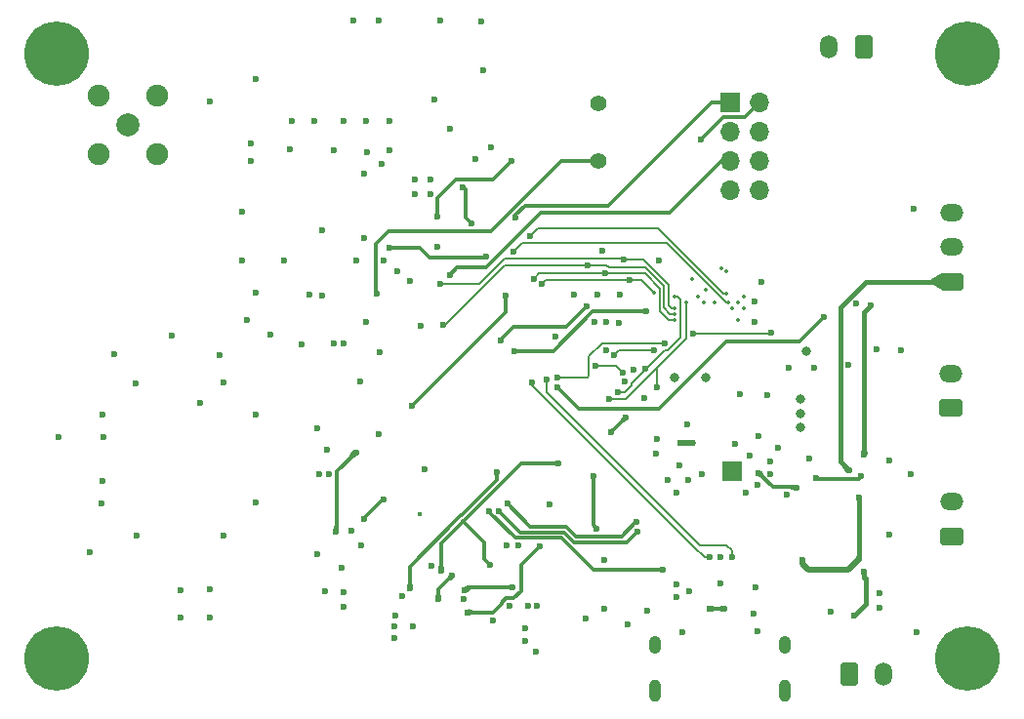
<source format=gbr>
%TF.GenerationSoftware,KiCad,Pcbnew,8.0.4*%
%TF.CreationDate,2025-03-29T22:20:15+07:00*%
%TF.ProjectId,FlightCom,466c6967-6874-4436-9f6d-2e6b69636164,rev?*%
%TF.SameCoordinates,Original*%
%TF.FileFunction,Copper,L4,Bot*%
%TF.FilePolarity,Positive*%
%FSLAX46Y46*%
G04 Gerber Fmt 4.6, Leading zero omitted, Abs format (unit mm)*
G04 Created by KiCad (PCBNEW 8.0.4) date 2025-03-29 22:20:15*
%MOMM*%
%LPD*%
G01*
G04 APERTURE LIST*
G04 Aperture macros list*
%AMRoundRect*
0 Rectangle with rounded corners*
0 $1 Rounding radius*
0 $2 $3 $4 $5 $6 $7 $8 $9 X,Y pos of 4 corners*
0 Add a 4 corners polygon primitive as box body*
4,1,4,$2,$3,$4,$5,$6,$7,$8,$9,$2,$3,0*
0 Add four circle primitives for the rounded corners*
1,1,$1+$1,$2,$3*
1,1,$1+$1,$4,$5*
1,1,$1+$1,$6,$7*
1,1,$1+$1,$8,$9*
0 Add four rect primitives between the rounded corners*
20,1,$1+$1,$2,$3,$4,$5,0*
20,1,$1+$1,$4,$5,$6,$7,0*
20,1,$1+$1,$6,$7,$8,$9,0*
20,1,$1+$1,$8,$9,$2,$3,0*%
G04 Aperture macros list end*
%TA.AperFunction,ComponentPad*%
%ADD10RoundRect,0.250001X0.499999X0.759999X-0.499999X0.759999X-0.499999X-0.759999X0.499999X-0.759999X0*%
%TD*%
%TA.AperFunction,ComponentPad*%
%ADD11O,1.500000X2.020000*%
%TD*%
%TA.AperFunction,ComponentPad*%
%ADD12C,5.600000*%
%TD*%
%TA.AperFunction,ComponentPad*%
%ADD13RoundRect,0.250001X0.759999X-0.499999X0.759999X0.499999X-0.759999X0.499999X-0.759999X-0.499999X0*%
%TD*%
%TA.AperFunction,ComponentPad*%
%ADD14O,2.020000X1.500000*%
%TD*%
%TA.AperFunction,ComponentPad*%
%ADD15C,1.398000*%
%TD*%
%TA.AperFunction,HeatsinkPad*%
%ADD16C,0.500000*%
%TD*%
%TA.AperFunction,HeatsinkPad*%
%ADD17R,1.680000X1.680000*%
%TD*%
%TA.AperFunction,HeatsinkPad*%
%ADD18R,1.600000X0.500000*%
%TD*%
%TA.AperFunction,ComponentPad*%
%ADD19RoundRect,0.250001X-0.499999X-0.759999X0.499999X-0.759999X0.499999X0.759999X-0.499999X0.759999X0*%
%TD*%
%TA.AperFunction,ComponentPad*%
%ADD20C,2.006600*%
%TD*%
%TA.AperFunction,ComponentPad*%
%ADD21C,1.905000*%
%TD*%
%TA.AperFunction,ComponentPad*%
%ADD22R,1.700000X1.700000*%
%TD*%
%TA.AperFunction,ComponentPad*%
%ADD23O,1.700000X1.700000*%
%TD*%
%TA.AperFunction,ComponentPad*%
%ADD24O,1.050000X1.950000*%
%TD*%
%TA.AperFunction,ComponentPad*%
%ADD25O,1.050000X1.550000*%
%TD*%
%TA.AperFunction,ViaPad*%
%ADD26C,0.600000*%
%TD*%
%TA.AperFunction,ViaPad*%
%ADD27C,0.350000*%
%TD*%
%TA.AperFunction,ViaPad*%
%ADD28C,0.800000*%
%TD*%
%TA.AperFunction,ViaPad*%
%ADD29C,0.400000*%
%TD*%
%TA.AperFunction,Conductor*%
%ADD30C,0.200000*%
%TD*%
%TA.AperFunction,Conductor*%
%ADD31C,0.300000*%
%TD*%
%TA.AperFunction,Conductor*%
%ADD32C,0.400000*%
%TD*%
%TA.AperFunction,Conductor*%
%ADD33C,0.500000*%
%TD*%
G04 APERTURE END LIST*
D10*
%TO.P,J11,1,Pin_1*%
%TO.N,Net-(J11-Pin_1)*%
X165000000Y-56850000D03*
D11*
%TO.P,J11,2,Pin_2*%
%TO.N,Net-(J11-Pin_2)*%
X162000000Y-56850000D03*
%TD*%
D12*
%TO.P,H4,1*%
%TO.N,N/C*%
X174000000Y-110000000D03*
%TD*%
D13*
%TO.P,J10,1,Pin_1*%
%TO.N,SERVO_A*%
X172635000Y-77250000D03*
D14*
%TO.P,J10,2,Pin_2*%
%TO.N,VBAT-*%
X172635000Y-74250000D03*
%TO.P,J10,3,Pin_3*%
%TO.N,+5V*%
X172635000Y-71250000D03*
%TD*%
D15*
%TO.P,LS1,1*%
%TO.N,PWM_Buzzer*%
X141950000Y-66750000D03*
%TO.P,LS1,2*%
%TO.N,VBAT-*%
X141950000Y-61750000D03*
%TD*%
D16*
%TO.P,U1,17,GND*%
%TO.N,VBAT-*%
X154185000Y-93080000D03*
X153005000Y-93080000D03*
D17*
X153595000Y-93670000D03*
D16*
X154185000Y-94260000D03*
X153005000Y-94260000D03*
%TD*%
%TO.P,U3,7,EP*%
%TO.N,VBAT-*%
X149075000Y-91250000D03*
D18*
X149625000Y-91250000D03*
D16*
X150175000Y-91250000D03*
%TD*%
D19*
%TO.P,J8,1,Pin_1*%
%TO.N,Net-(J8-Pin_1)*%
X163750000Y-111335000D03*
D11*
%TO.P,J8,2,Pin_2*%
%TO.N,Net-(J8-Pin_2)*%
X166750000Y-111335000D03*
%TD*%
D12*
%TO.P,H2,1*%
%TO.N,N/C*%
X95000000Y-57500000D03*
%TD*%
D20*
%TO.P,J3,1,1*%
%TO.N,Net-(C48-Pad2)*%
X101147300Y-63647300D03*
D21*
%TO.P,J3,2,2*%
%TO.N,VBAT-*%
X98594600Y-61094600D03*
%TO.P,J3,3,3*%
X98594600Y-66200000D03*
%TO.P,J3,4,4*%
X103700000Y-66200000D03*
%TO.P,J3,5,5*%
X103700000Y-61094600D03*
%TD*%
D13*
%TO.P,J1,1,Pin_1*%
%TO.N,Net-(D1-A)*%
X172585000Y-88200000D03*
D14*
%TO.P,J1,2,Pin_2*%
%TO.N,VBAT-*%
X172585000Y-85200000D03*
%TD*%
D13*
%TO.P,J7,1,Pin_1*%
%TO.N,Net-(J7-Pin_1)*%
X172650000Y-99350000D03*
D14*
%TO.P,J7,2,Pin_2*%
%TO.N,Net-(J7-Pin_2)*%
X172650000Y-96350000D03*
%TD*%
D12*
%TO.P,H3,1*%
%TO.N,N/C*%
X174000000Y-57500000D03*
%TD*%
D22*
%TO.P,J4,1,Pin_1*%
%TO.N,nRST*%
X153400000Y-61720000D03*
D23*
%TO.P,J4,2,Pin_2*%
%TO.N,SWDIO*%
X155940000Y-61720000D03*
%TO.P,J4,3,Pin_3*%
%TO.N,SWCLK*%
X153400000Y-64260000D03*
%TO.P,J4,4,Pin_4*%
%TO.N,COMPANION_RX*%
X155940000Y-64260000D03*
%TO.P,J4,5,Pin_5*%
%TO.N,BOOT0*%
X153400000Y-66800000D03*
%TO.P,J4,6,Pin_6*%
%TO.N,COMPANION_TX*%
X155940000Y-66800000D03*
%TO.P,J4,7,Pin_7*%
%TO.N,VBAT-*%
X153400000Y-69340000D03*
%TO.P,J4,8,Pin_8*%
%TO.N,+3.3V*%
X155940000Y-69340000D03*
%TD*%
D24*
%TO.P,USB1,1,MH1*%
%TO.N,VBAT-*%
X146908250Y-112750000D03*
%TO.P,USB1,2,MH2*%
X158148250Y-112750000D03*
D25*
%TO.P,USB1,3,MH3*%
X146908250Y-108750000D03*
%TO.P,USB1,4,MH4*%
X158148250Y-108750000D03*
%TD*%
D12*
%TO.P,H1,1*%
%TO.N,N/C*%
X95000000Y-110000000D03*
%TD*%
D26*
%TO.N,VBAT+*%
X169550000Y-107650000D03*
X169050000Y-94000000D03*
%TO.N,BAT_LEVEL*%
X138455550Y-86393321D03*
X161550000Y-80300000D03*
%TO.N,VBAT-*%
X98975000Y-94575000D03*
X169300000Y-70900000D03*
X125900000Y-107200000D03*
X98975000Y-88825000D03*
X108300000Y-61650000D03*
X119851250Y-105448750D03*
X155600000Y-103750000D03*
X121650000Y-73450000D03*
X111850000Y-66750000D03*
X117600000Y-100900000D03*
X120700000Y-54600000D03*
X127450000Y-69650000D03*
X160300000Y-92600000D03*
X135600000Y-108440000D03*
X135650000Y-107310000D03*
X105750000Y-106400000D03*
X119851250Y-104198750D03*
X137725000Y-96600000D03*
X152600000Y-103450000D03*
X115200000Y-65750000D03*
X125635000Y-77200000D03*
D27*
X154100000Y-79050000D03*
D26*
X121850000Y-63300000D03*
X138250000Y-82050000D03*
X167200000Y-99200000D03*
X158500000Y-84750000D03*
X123850000Y-65850000D03*
X119050000Y-82600000D03*
X105750000Y-104000000D03*
X147250000Y-75450000D03*
X157575000Y-91700000D03*
X134250000Y-105400000D03*
X126050000Y-69700000D03*
X148025000Y-94450000D03*
X156900000Y-92882500D03*
X117350000Y-63350000D03*
X156100000Y-77300000D03*
X123900000Y-63300000D03*
X168250000Y-83200000D03*
X120600000Y-98850000D03*
X100025000Y-83575000D03*
X134050000Y-100100000D03*
X120950000Y-75400000D03*
X115400000Y-63350000D03*
X126100000Y-68350000D03*
X129115000Y-64000000D03*
X121950000Y-66050000D03*
X119850000Y-63350000D03*
X124400000Y-106200000D03*
X121800000Y-80750000D03*
X114700000Y-75450000D03*
X163700000Y-84500000D03*
X111500000Y-80550000D03*
X112225003Y-88825002D03*
X112250000Y-78200000D03*
X160700000Y-84750000D03*
X108300000Y-106400000D03*
X128300000Y-54600000D03*
X158300000Y-95750000D03*
X111050000Y-71150000D03*
X141650000Y-80750000D03*
X122950000Y-54600000D03*
D27*
X152100000Y-79050000D03*
D26*
X112225000Y-96425000D03*
X101925000Y-99325000D03*
X162150000Y-105900000D03*
X126550000Y-81100000D03*
X109150000Y-83650000D03*
X127800000Y-61450000D03*
X148750000Y-95600000D03*
X124300000Y-108200000D03*
X118301250Y-104098750D03*
D27*
X151264124Y-77935876D03*
D26*
X149850000Y-104152500D03*
X149800000Y-94450000D03*
X142650000Y-80750000D03*
X135850000Y-105400000D03*
X142520000Y-105610000D03*
X97900000Y-100750000D03*
X132000000Y-58900000D03*
D27*
X151100000Y-79050000D03*
D26*
X150950000Y-93932500D03*
X127450000Y-68350000D03*
X147025000Y-90950000D03*
X142490000Y-101370000D03*
X123150000Y-67050000D03*
X109475000Y-99275000D03*
X149650000Y-89650000D03*
X148800000Y-103500000D03*
X131350000Y-66600000D03*
X149250000Y-107650000D03*
X122950000Y-90500000D03*
X155750000Y-107612500D03*
X123400000Y-75400000D03*
X116950000Y-78400000D03*
X112300000Y-59650000D03*
X101875000Y-86075000D03*
X164300000Y-79150000D03*
D27*
X154100000Y-80550000D03*
X154600000Y-79550000D03*
D26*
X111100000Y-75400000D03*
X167250000Y-92750000D03*
X109475000Y-86025000D03*
X166100000Y-83150000D03*
X155100000Y-92350000D03*
X126950000Y-93550000D03*
X119050000Y-65850000D03*
X127500000Y-101900000D03*
X108300000Y-103950000D03*
X98925000Y-96525000D03*
D27*
X154600000Y-78550000D03*
D26*
X136650000Y-105400000D03*
X131850000Y-54650000D03*
D28*
%TO.N,+5V*%
X151275000Y-85550000D03*
D26*
X156625000Y-87100000D03*
X155900000Y-93850000D03*
X159200000Y-95150000D03*
X155897500Y-90682500D03*
D28*
%TO.N,VBAT+*%
X159500000Y-89900000D03*
X160025000Y-83275000D03*
D26*
X154750000Y-95550000D03*
X156918370Y-93999130D03*
X155800000Y-94850000D03*
D28*
X159500000Y-87450000D03*
X159500000Y-88750000D03*
%TO.N,VBUS*%
X148625000Y-85550000D03*
D26*
X148797500Y-104600000D03*
X155450000Y-106050000D03*
X152600000Y-101175000D03*
%TO.N,+3.3V*%
X121450000Y-100100000D03*
X143830000Y-78350000D03*
X140845000Y-106460000D03*
X145000000Y-84900000D03*
X107400000Y-87800000D03*
X142650000Y-83200000D03*
X118042500Y-72800000D03*
X123000000Y-83350000D03*
D27*
X153600000Y-79550000D03*
D26*
X155500000Y-78950000D03*
X146975000Y-92150000D03*
X155550000Y-80750000D03*
X143750000Y-80850000D03*
X104950000Y-81950000D03*
X128050000Y-74200000D03*
X141880000Y-78350000D03*
X125000000Y-104550000D03*
X149000000Y-93200000D03*
X146200000Y-105800000D03*
X146000000Y-87350000D03*
X144250000Y-85950000D03*
X121662500Y-67850000D03*
X124300000Y-107150000D03*
X142350000Y-74550000D03*
X132850000Y-106650000D03*
X130319446Y-104830554D03*
X118000000Y-78500000D03*
X144495000Y-106960000D03*
D29*
X126511091Y-97411091D03*
D27*
X150100000Y-77050000D03*
X152650000Y-76100000D03*
D26*
X121300000Y-85900000D03*
X111850000Y-65290000D03*
X95200000Y-90750000D03*
X139880000Y-78350000D03*
X135066531Y-100150000D03*
X116250000Y-82700000D03*
X99024999Y-90725003D03*
X132650000Y-65620000D03*
D27*
X150600000Y-78550000D03*
D26*
X113500000Y-81850000D03*
X136600000Y-109400000D03*
X124550000Y-76350000D03*
X119850000Y-82600000D03*
X119750000Y-102050000D03*
D27*
X153050000Y-76350000D03*
D26*
%TO.N,COMPANION_TX*%
X134700000Y-83250000D03*
X146150000Y-79800000D03*
%TO.N,COMPANION_RX*%
X140950000Y-79400000D03*
X133500000Y-82400000D03*
%TO.N,nRST*%
X125800000Y-88050000D03*
X134806066Y-71656067D03*
X133975000Y-78450000D03*
%TO.N,SWDIO*%
X150840000Y-64910000D03*
%TO.N,BOOT0*%
X129100000Y-76650000D03*
%TO.N,ANT_SW*%
X134450000Y-66750000D03*
X128000000Y-71650000D03*
%TO.N,Net-(L1-Pad2)*%
X154275000Y-87000000D03*
X153800000Y-91350000D03*
%TO.N,BCD*%
X132488612Y-97155446D03*
X147550000Y-102250000D03*
%TO.N,USB_DP*%
X136249997Y-86000000D03*
X151650000Y-101175000D03*
%TO.N,USB_DN*%
X153550000Y-101175000D03*
X137500000Y-85750000D03*
%TO.N,D-*%
X152928250Y-105650000D03*
X151628250Y-105650000D03*
%TO.N,BMI088_ACCEL_CS*%
X130600000Y-105950000D03*
X136921825Y-100200307D03*
%TO.N,PWM_D*%
X141750000Y-84550000D03*
X144119301Y-85130001D03*
%TO.N,Net-(U12-NC__30)*%
X150200000Y-81750000D03*
X157000000Y-81700000D03*
%TO.N,ADXL375_CS*%
X141550000Y-94150000D03*
X141850000Y-98700000D03*
%TO.N,SX1262_DIO3*%
X123850000Y-74300000D03*
X132250000Y-75106067D03*
%TO.N,SX1262_MISO*%
X130950001Y-72219238D03*
X130248803Y-69050000D03*
%TO.N,PWM_A*%
X133350000Y-97150000D03*
X145350000Y-98950000D03*
D27*
%TO.N,EMMC_DAT5*%
X148600000Y-79550000D03*
D26*
X144150000Y-75300000D03*
X128250000Y-77450000D03*
%TO.N,EMMC_DAT3*%
X136418671Y-77030721D03*
D27*
X148600000Y-80550000D03*
D26*
X142566841Y-76549984D03*
%TO.N,SERVO_A*%
X163750000Y-93650000D03*
D27*
%TO.N,EMMC_DAT4*%
X148600000Y-80050000D03*
D26*
X141050000Y-75850000D03*
X128544220Y-81020541D03*
%TO.N,GNSS_SafeBoot*%
X121650000Y-97850000D03*
X123350000Y-96200000D03*
%TO.N,EMMC_CMD*%
X134650000Y-74650000D03*
D27*
X153250000Y-79050000D03*
D26*
%TO.N,VREF+*%
X120950000Y-92067500D03*
X119200000Y-98950000D03*
%TO.N,EMMC_RSTN*%
X146850000Y-83200000D03*
X143317892Y-83667892D03*
%TO.N,PWM_B*%
X134075000Y-96475000D03*
X145300000Y-98150000D03*
%TO.N,GNSS_INT*%
X117564513Y-89985487D03*
X117801656Y-93952500D03*
%TO.N,TMP275_ALERT*%
X143052195Y-90296311D03*
X144350735Y-89049265D03*
%TO.N,BMI088_GYRO_CS*%
X133200000Y-93750000D03*
X125650000Y-103900000D03*
D27*
%TO.N,EMMC_DAT6*%
X149600000Y-79050000D03*
D26*
X147050000Y-86400000D03*
X142950000Y-87450000D03*
%TO.N,EMMC_DAT2*%
X137100000Y-77450000D03*
D27*
X146800000Y-78200000D03*
D26*
X144700000Y-77150000D03*
%TO.N,GNSS_Reset*%
X118425000Y-91825000D03*
X118650000Y-93952500D03*
D27*
%TO.N,EMMC_CLK*%
X153100000Y-78300000D03*
D26*
X136036578Y-73300000D03*
D27*
%TO.N,EMMC_DAT7*%
X148600000Y-78550000D03*
D26*
X143700000Y-86850000D03*
X146070000Y-84850000D03*
%TO.N,BMI088_GYRO_INT*%
X128100000Y-104800000D03*
X129300000Y-102800000D03*
%TO.N,ADXL375_SDO*%
X130422491Y-104014359D03*
X134500000Y-103800000D03*
%TO.N,ADXL375_SCLK*%
X132609620Y-101859620D03*
X128375000Y-102325000D03*
X138550000Y-93050000D03*
%TO.N,EMMC_DATASTROBE*%
X147750000Y-82600000D03*
X138450000Y-85550000D03*
%TO.N,PWM_Buzzer*%
X122750000Y-78300000D03*
%TO.N,/PWM_PD*%
X164600000Y-95950000D03*
X164600000Y-101350000D03*
X164750000Y-94150000D03*
X159650000Y-101400000D03*
X160900000Y-94300000D03*
%TO.N,PYRO_B*%
X165000000Y-102450000D03*
X164150000Y-106250000D03*
%TO.N,Net-(J7-Pin_1)*%
X166392500Y-104302500D03*
%TO.N,Net-(J8-Pin_1)*%
X166392500Y-105517500D03*
%TO.N,PYRO_C*%
X165050000Y-92300000D03*
X165600000Y-79350000D03*
%TD*%
D30*
%TO.N,EMMC_DAT3*%
X148600000Y-80550000D02*
X148050000Y-80550000D01*
X148050000Y-80550000D02*
X147300000Y-79800000D01*
X147300000Y-77833901D02*
X146016099Y-76550000D01*
X147300000Y-79800000D02*
X147300000Y-77833901D01*
X146016099Y-76550000D02*
X142566857Y-76550000D01*
X142566857Y-76550000D02*
X142566841Y-76549984D01*
D31*
%TO.N,BAT_LEVEL*%
X153050000Y-82450000D02*
X159400000Y-82450000D01*
X140312229Y-88250000D02*
X147250000Y-88250000D01*
X147250000Y-88250000D02*
X153050000Y-82450000D01*
X138455550Y-86393321D02*
X140312229Y-88250000D01*
X159400000Y-82450000D02*
X161550000Y-80300000D01*
%TO.N,+5V*%
X157100000Y-95100000D02*
X155900000Y-93900000D01*
X159150000Y-95100000D02*
X157100000Y-95100000D01*
X159200000Y-95150000D02*
X159150000Y-95100000D01*
%TO.N,COMPANION_TX*%
X138050000Y-83250000D02*
X134700000Y-83250000D01*
X141500000Y-79800000D02*
X138050000Y-83250000D01*
X146150000Y-79800000D02*
X141500000Y-79800000D01*
%TO.N,COMPANION_RX*%
X139200000Y-81150000D02*
X134600000Y-81150000D01*
X134600000Y-81150000D02*
X133500000Y-82250000D01*
X133500000Y-82250000D02*
X133500000Y-82400000D01*
X140950000Y-79400000D02*
X139200000Y-81150000D01*
%TO.N,nRST*%
X151780000Y-61720000D02*
X153400000Y-61720000D01*
X134806066Y-71443933D02*
X135599999Y-70650000D01*
X133975000Y-78450000D02*
X133975000Y-79875000D01*
X142850000Y-70650000D02*
X151780000Y-61720000D01*
X135599999Y-70650000D02*
X142850000Y-70650000D01*
X133975000Y-79875000D02*
X125800000Y-88050000D01*
X134806066Y-71656067D02*
X134806066Y-71443933D01*
%TO.N,SWDIO*%
X150840000Y-64910000D02*
X152800000Y-62950000D01*
X152800000Y-62950000D02*
X154710000Y-62950000D01*
X154710000Y-62950000D02*
X155940000Y-61720000D01*
%TO.N,BOOT0*%
X148150000Y-71300000D02*
X152650000Y-66800000D01*
X129100000Y-76650000D02*
X129700000Y-76050000D01*
X129700000Y-76050000D02*
X132225306Y-76050000D01*
X136975306Y-71300000D02*
X148150000Y-71300000D01*
X132225306Y-76050000D02*
X136975306Y-71300000D01*
X152650000Y-66800000D02*
X153400000Y-66800000D01*
%TO.N,ANT_SW*%
X134450000Y-66750000D02*
X132800000Y-68400000D01*
X128000000Y-70019239D02*
X128000000Y-71650000D01*
X129619239Y-68400000D02*
X128000000Y-70019239D01*
X132800000Y-68400000D02*
X129619239Y-68400000D01*
%TO.N,BCD*%
X141542894Y-102250000D02*
X147550000Y-102250000D01*
X138792894Y-99500000D02*
X141542894Y-102250000D01*
X134750000Y-99500000D02*
X138792894Y-99500000D01*
X132488612Y-97238612D02*
X134750000Y-99500000D01*
X132488612Y-97155446D02*
X132488612Y-97238612D01*
D30*
%TO.N,USB_DP*%
X136250000Y-86248529D02*
X136250000Y-86000003D01*
X136250000Y-86000003D02*
X136249997Y-86000000D01*
X150300000Y-100298529D02*
X136250000Y-86248529D01*
X151650000Y-101175000D02*
X151175000Y-101175000D01*
X151175000Y-101175000D02*
X150300000Y-100300000D01*
X150300000Y-100300000D02*
X150300000Y-100298529D01*
%TO.N,USB_DN*%
X153550000Y-101175000D02*
X153550000Y-100600000D01*
X153050000Y-100100000D02*
X150786397Y-100100000D01*
X137500000Y-86813603D02*
X137500000Y-85750000D01*
X150786397Y-100100000D02*
X137500000Y-86813603D01*
X153550000Y-100600000D02*
X153050000Y-100100000D01*
D31*
%TO.N,D-*%
X151628250Y-105650000D02*
X152928250Y-105650000D01*
%TO.N,BMI088_ACCEL_CS*%
X133600000Y-105200000D02*
X132850000Y-105950000D01*
X133600000Y-105130761D02*
X133600000Y-105200000D01*
X130600000Y-105950000D02*
X130619239Y-105969239D01*
X134650000Y-104750000D02*
X133980761Y-104750000D01*
X132850000Y-105950000D02*
X130600000Y-105950000D01*
X135300000Y-104100000D02*
X134650000Y-104750000D01*
X136921825Y-100200307D02*
X135300000Y-101822132D01*
X133980761Y-104750000D02*
X133600000Y-105130761D01*
X135300000Y-101822132D02*
X135300000Y-104100000D01*
D30*
%TO.N,PWM_D*%
X144119301Y-85130001D02*
X143539300Y-84550000D01*
X143539300Y-84550000D02*
X141750000Y-84550000D01*
%TO.N,Net-(U12-NC__30)*%
X150200000Y-81750000D02*
X156950000Y-81750000D01*
X156950000Y-81750000D02*
X157000000Y-81700000D01*
D31*
%TO.N,ADXL375_CS*%
X141550000Y-98400000D02*
X141850000Y-98700000D01*
X141550000Y-94150000D02*
X141550000Y-98400000D01*
%TO.N,SX1262_DIO3*%
X126450000Y-74300000D02*
X127350000Y-75200000D01*
X132156067Y-75200000D02*
X132250000Y-75106067D01*
X123850000Y-74300000D02*
X126450000Y-74300000D01*
X127350000Y-75200000D02*
X132156067Y-75200000D01*
%TO.N,SX1262_MISO*%
X130450000Y-69251197D02*
X130248803Y-69050000D01*
X130450000Y-71719237D02*
X130450000Y-69251197D01*
X130950001Y-72219238D02*
X130450000Y-71719237D01*
%TO.N,PWM_A*%
X144450000Y-99850000D02*
X139850000Y-99850000D01*
X135200000Y-99000000D02*
X133350000Y-97150000D01*
X145350000Y-98950000D02*
X144450000Y-99850000D01*
X139850000Y-99850000D02*
X139000000Y-99000000D01*
X139000000Y-99000000D02*
X135200000Y-99000000D01*
D30*
%TO.N,EMMC_DAT5*%
X144150000Y-75300000D02*
X145897471Y-75300000D01*
X145897471Y-75300000D02*
X148100000Y-77502529D01*
X148100000Y-79350000D02*
X148300000Y-79550000D01*
X144100000Y-75250000D02*
X133884314Y-75250000D01*
X148100000Y-77502529D02*
X148100000Y-79350000D01*
X131684314Y-77450000D02*
X128250000Y-77450000D01*
X148300000Y-79550000D02*
X148600000Y-79550000D01*
X133884314Y-75250000D02*
X131684314Y-77450000D01*
X144150000Y-75300000D02*
X144100000Y-75250000D01*
%TO.N,EMMC_DAT3*%
X136450000Y-76999392D02*
X136418671Y-77030721D01*
X142516857Y-76500000D02*
X136850000Y-76500000D01*
X142566841Y-76549984D02*
X142516857Y-76500000D01*
X136850000Y-76500000D02*
X136450000Y-76900000D01*
X136450000Y-76900000D02*
X136450000Y-76999392D01*
D32*
%TO.N,SERVO_A*%
X163750000Y-93650000D02*
X163000000Y-92900000D01*
X165210050Y-77250000D02*
X172650000Y-77250000D01*
X163000000Y-92900000D02*
X163000000Y-79460050D01*
X163000000Y-79460050D02*
X165210050Y-77250000D01*
D30*
%TO.N,EMMC_DAT4*%
X141050000Y-75850000D02*
X142698529Y-75850000D01*
X133850000Y-75850000D02*
X128679459Y-81020541D01*
X147650000Y-79500000D02*
X148200000Y-80050000D01*
X142898529Y-76050000D02*
X146081784Y-76050000D01*
X148200000Y-80050000D02*
X148600000Y-80050000D01*
X141050000Y-75850000D02*
X133850000Y-75850000D01*
X147650000Y-77618216D02*
X147650000Y-79500000D01*
X142698529Y-75850000D02*
X142898529Y-76050000D01*
X146081784Y-76050000D02*
X147650000Y-77618216D01*
X128679459Y-81020541D02*
X128544220Y-81020541D01*
D31*
%TO.N,GNSS_SafeBoot*%
X121650000Y-97800000D02*
X123250000Y-96200000D01*
X121650000Y-97850000D02*
X121650000Y-97800000D01*
X123250000Y-96200000D02*
X123350000Y-96200000D01*
D30*
%TO.N,EMMC_CMD*%
X135366618Y-73906030D02*
X135863676Y-73906030D01*
X135869706Y-73900000D02*
X147900000Y-73900000D01*
X147900000Y-73900000D02*
X153050000Y-79050000D01*
X134650000Y-74650000D02*
X134650000Y-74622648D01*
X134650000Y-74622648D02*
X135366618Y-73906030D01*
X153050000Y-79050000D02*
X153250000Y-79050000D01*
X135863676Y-73906030D02*
X135869706Y-73900000D01*
D31*
%TO.N,VREF+*%
X119300000Y-93717500D02*
X119300000Y-98850000D01*
X120950000Y-92067500D02*
X119300000Y-93717500D01*
X119300000Y-98850000D02*
X119200000Y-98950000D01*
D30*
%TO.N,EMMC_RSTN*%
X143785784Y-83200000D02*
X146850000Y-83200000D01*
X143317892Y-83667892D02*
X143785784Y-83200000D01*
D31*
%TO.N,PWM_B*%
X140057107Y-99350000D02*
X139207107Y-98500000D01*
X145230761Y-98150000D02*
X144030761Y-99350000D01*
X145300000Y-98150000D02*
X145230761Y-98150000D01*
X139207107Y-98500000D02*
X136100000Y-98500000D01*
X136100000Y-98500000D02*
X134075000Y-96475000D01*
X144030761Y-99350000D02*
X140057107Y-99350000D01*
%TO.N,TMP275_ALERT*%
X143052195Y-90296311D02*
X143198506Y-90150000D01*
X143198506Y-90150000D02*
X143250000Y-90150000D01*
X143250000Y-90150000D02*
X144350735Y-89049265D01*
%TO.N,BMI088_GYRO_CS*%
X125650000Y-101992894D02*
X125650000Y-103900000D01*
X133200000Y-94442894D02*
X130092894Y-97550000D01*
X129750000Y-97892894D02*
X125650000Y-101992894D01*
X130042894Y-97550000D02*
X129750000Y-97842894D01*
X129750000Y-97842894D02*
X129750000Y-97892894D01*
X125650000Y-103900000D02*
X125700000Y-103950000D01*
X133200000Y-93750000D02*
X133200000Y-94442894D01*
X130092894Y-97550000D02*
X130042894Y-97550000D01*
D30*
%TO.N,EMMC_DAT6*%
X147050000Y-86400000D02*
X147050000Y-84750000D01*
X144350000Y-87450000D02*
X147050000Y-84750000D01*
X142950000Y-87450000D02*
X144350000Y-87450000D01*
X149600000Y-82200000D02*
X149600000Y-79052032D01*
X147050000Y-84750000D02*
X149600000Y-82200000D01*
%TO.N,EMMC_DAT2*%
X144700000Y-77150000D02*
X137400000Y-77150000D01*
X146800000Y-78200000D02*
X145750000Y-77150000D01*
X137400000Y-77150000D02*
X137200000Y-77350000D01*
X137200000Y-77350000D02*
X137200000Y-77450000D01*
X145750000Y-77150000D02*
X144700000Y-77150000D01*
%TO.N,EMMC_CLK*%
X136036578Y-73300000D02*
X136736578Y-72600000D01*
X136736578Y-72600000D02*
X147165686Y-72600000D01*
X152845669Y-78279983D02*
X153071949Y-78279983D01*
X147165686Y-72600000D02*
X152845669Y-78279983D01*
%TO.N,EMMC_DAT7*%
X144248529Y-86850000D02*
X143700000Y-86850000D01*
X147750000Y-83200000D02*
X147998529Y-83200000D01*
X146070000Y-84880000D02*
X144850000Y-86100000D01*
X148847487Y-78550000D02*
X148600000Y-78550000D01*
X146070000Y-84850000D02*
X146070000Y-84880000D01*
X144850000Y-86100000D02*
X144850000Y-86248529D01*
X144850000Y-86248529D02*
X144248529Y-86850000D01*
X149075000Y-78777513D02*
X148847487Y-78550000D01*
X146070000Y-84850000D02*
X146100000Y-84850000D01*
X149075000Y-82123529D02*
X149075000Y-78777513D01*
X147998529Y-83200000D02*
X149075000Y-82123529D01*
X146100000Y-84850000D02*
X147750000Y-83200000D01*
D31*
%TO.N,BMI088_GYRO_INT*%
X128100000Y-103950000D02*
X129250000Y-102800000D01*
X129250000Y-102800000D02*
X129300000Y-102800000D01*
X128100000Y-104800000D02*
X128100000Y-103950000D01*
%TO.N,ADXL375_SDO*%
X130636850Y-103800000D02*
X130422491Y-104014359D01*
X134500000Y-103800000D02*
X130636850Y-103800000D01*
%TO.N,ADXL375_SCLK*%
X132609620Y-101859620D02*
X132050000Y-101300000D01*
X132050000Y-99850000D02*
X130250000Y-98050000D01*
X128375000Y-99975000D02*
X135300000Y-93050000D01*
X138550000Y-93050000D02*
X135300000Y-93050000D01*
X128375000Y-102325000D02*
X128375000Y-99975000D01*
X132050000Y-101300000D02*
X132050000Y-99850000D01*
D30*
%TO.N,EMMC_DATASTROBE*%
X141050000Y-85550000D02*
X138450000Y-85550000D01*
X147750000Y-82600000D02*
X142300000Y-82600000D01*
X142300000Y-82600000D02*
X141150000Y-83750000D01*
X141150000Y-85450000D02*
X141050000Y-85550000D01*
X141150000Y-83750000D02*
X141150000Y-85450000D01*
D31*
%TO.N,PWM_Buzzer*%
X122700000Y-78250000D02*
X122700000Y-74000000D01*
X122700000Y-74000000D02*
X123800000Y-72900000D01*
X122750000Y-78300000D02*
X122700000Y-78250000D01*
X138792893Y-66750000D02*
X141950000Y-66750000D01*
X132642893Y-72900000D02*
X138792893Y-66750000D01*
X123800000Y-72900000D02*
X132642893Y-72900000D01*
D33*
%TO.N,/PWM_PD*%
X163700000Y-102250000D02*
X160150000Y-102250000D01*
D31*
X160950000Y-94350000D02*
X164550000Y-94350000D01*
D33*
X160150000Y-102250000D02*
X159650000Y-101750000D01*
D31*
X160900000Y-94300000D02*
X160950000Y-94350000D01*
X164550000Y-94350000D02*
X164750000Y-94150000D01*
D33*
X164600000Y-101350000D02*
X163700000Y-102250000D01*
X159650000Y-101750000D02*
X159650000Y-101400000D01*
D32*
X164600000Y-95950000D02*
X164600000Y-101350000D01*
%TO.N,PYRO_B*%
X164150000Y-106250000D02*
X164150000Y-106200000D01*
X165000000Y-102900000D02*
X165150000Y-103050000D01*
X165150000Y-105200000D02*
X164150000Y-106200000D01*
X165000000Y-102450000D02*
X165000000Y-102900000D01*
X165150000Y-103050000D02*
X165150000Y-105200000D01*
%TO.N,PYRO_C*%
X165050000Y-92300000D02*
X165050000Y-79900000D01*
X165050000Y-79900000D02*
X165600000Y-79350000D01*
%TD*%
%TA.AperFunction,Conductor*%
%TO.N,+5V*%
G36*
X156176009Y-93739373D02*
G01*
X156181993Y-93744998D01*
X156396653Y-94180706D01*
X156397236Y-94189642D01*
X156394431Y-94194150D01*
X156195051Y-94393530D01*
X156186778Y-94396957D01*
X156180226Y-94394950D01*
X155699575Y-94070045D01*
X155694640Y-94062573D01*
X155696434Y-94053800D01*
X155697819Y-94052114D01*
X155897629Y-93850967D01*
X155901480Y-93848394D01*
X156167054Y-93739346D01*
X156176009Y-93739373D01*
G37*
%TD.AperFunction*%
%TD*%
%TA.AperFunction,Conductor*%
%TO.N,+5V*%
G36*
X159195120Y-94854303D02*
G01*
X159199882Y-94861887D01*
X159200046Y-94863803D01*
X159200992Y-95147632D01*
X159200088Y-95152182D01*
X159089533Y-95416781D01*
X159083181Y-95423093D01*
X159074650Y-95423233D01*
X158617559Y-95252837D01*
X158611004Y-95246736D01*
X158609946Y-95241874D01*
X158609946Y-94959884D01*
X158613373Y-94951611D01*
X158619689Y-94948348D01*
X159186392Y-94852306D01*
X159195120Y-94854303D01*
G37*
%TD.AperFunction*%
%TD*%
%TA.AperFunction,Conductor*%
%TO.N,D-*%
G36*
X152812475Y-105376633D02*
G01*
X152817366Y-105382222D01*
X152927365Y-105645489D01*
X152927392Y-105654444D01*
X152927365Y-105654511D01*
X152817366Y-105917777D01*
X152811014Y-105924089D01*
X152803604Y-105924584D01*
X152336984Y-105802289D01*
X152329850Y-105796876D01*
X152328250Y-105790971D01*
X152328250Y-105509028D01*
X152331677Y-105500755D01*
X152336981Y-105497711D01*
X152803604Y-105375415D01*
X152812475Y-105376633D01*
G37*
%TD.AperFunction*%
%TD*%
%TA.AperFunction,Conductor*%
%TO.N,D-*%
G36*
X152219517Y-105497711D02*
G01*
X152226650Y-105503123D01*
X152228250Y-105509028D01*
X152228250Y-105790971D01*
X152224823Y-105799244D01*
X152219516Y-105802289D01*
X151752895Y-105924584D01*
X151744024Y-105923366D01*
X151739133Y-105917777D01*
X151728152Y-105891497D01*
X151629133Y-105654509D01*
X151629107Y-105645556D01*
X151629112Y-105645542D01*
X151739133Y-105382221D01*
X151745485Y-105375910D01*
X151752895Y-105375415D01*
X152219517Y-105497711D01*
G37*
%TD.AperFunction*%
%TD*%
%TA.AperFunction,Conductor*%
%TO.N,BMI088_ACCEL_CS*%
G36*
X131191267Y-105797711D02*
G01*
X131198400Y-105803123D01*
X131200000Y-105809028D01*
X131200000Y-106090971D01*
X131196573Y-106099244D01*
X131191266Y-106102289D01*
X130724645Y-106224584D01*
X130715774Y-106223366D01*
X130710883Y-106217777D01*
X130699902Y-106191497D01*
X130600883Y-105954509D01*
X130600857Y-105945556D01*
X130600862Y-105945542D01*
X130710883Y-105682221D01*
X130717235Y-105675910D01*
X130724645Y-105675415D01*
X131191267Y-105797711D01*
G37*
%TD.AperFunction*%
%TD*%
%TA.AperFunction,Conductor*%
%TO.N,SERVO_A*%
G36*
X163475221Y-93090074D02*
G01*
X163950930Y-93429867D01*
X163955671Y-93437464D01*
X163953651Y-93446187D01*
X163952431Y-93447633D01*
X163750762Y-93650652D01*
X163750707Y-93650707D01*
X163547633Y-93852431D01*
X163539348Y-93855830D01*
X163531086Y-93852376D01*
X163529869Y-93850934D01*
X163190074Y-93375221D01*
X163188055Y-93366499D01*
X163191321Y-93360151D01*
X163460150Y-93091322D01*
X163468422Y-93087896D01*
X163475221Y-93090074D01*
G37*
%TD.AperFunction*%
%TD*%
%TA.AperFunction,Conductor*%
%TO.N,SERVO_A*%
G36*
X171785665Y-76524436D02*
G01*
X172625569Y-77241100D01*
X172629639Y-77249077D01*
X172626875Y-77257594D01*
X172625569Y-77258900D01*
X171785665Y-77975563D01*
X171777148Y-77978326D01*
X171772147Y-77976752D01*
X170880777Y-77453391D01*
X170875378Y-77446247D01*
X170875001Y-77443302D01*
X170875001Y-77056697D01*
X170878428Y-77048424D01*
X170880773Y-77046610D01*
X171772147Y-76523246D01*
X171781016Y-76522013D01*
X171785665Y-76524436D01*
G37*
%TD.AperFunction*%
%TD*%
%TA.AperFunction,Conductor*%
%TO.N,VREF+*%
G36*
X119447538Y-98373318D02*
G01*
X119450922Y-98380586D01*
X119498908Y-98937337D01*
X119496204Y-98945874D01*
X119488256Y-98949999D01*
X119487290Y-98950042D01*
X119202367Y-98950992D01*
X119197817Y-98950088D01*
X119197606Y-98950000D01*
X119167299Y-98937337D01*
X118934281Y-98839976D01*
X118927969Y-98833624D01*
X118927996Y-98824669D01*
X118928271Y-98824061D01*
X119146794Y-98376458D01*
X119153503Y-98370527D01*
X119157308Y-98369891D01*
X119439265Y-98369891D01*
X119447538Y-98373318D01*
G37*
%TD.AperFunction*%
%TD*%
%TA.AperFunction,Conductor*%
%TO.N,VREF+*%
G36*
X120682243Y-91956557D02*
G01*
X120865011Y-92031605D01*
X120946184Y-92064936D01*
X120952536Y-92071248D01*
X120952563Y-92071315D01*
X121060941Y-92335254D01*
X121060914Y-92344209D01*
X121056023Y-92349798D01*
X120639596Y-92593273D01*
X120630725Y-92594491D01*
X120625418Y-92591446D01*
X120426053Y-92392081D01*
X120422626Y-92383808D01*
X120424224Y-92377907D01*
X120667702Y-91961474D01*
X120674835Y-91956063D01*
X120682243Y-91956557D01*
G37*
%TD.AperFunction*%
%TD*%
%TA.AperFunction,Conductor*%
%TO.N,TMP275_ALERT*%
G36*
X144082978Y-88938322D02*
G01*
X144265746Y-89013370D01*
X144346919Y-89046701D01*
X144353271Y-89053013D01*
X144353298Y-89053080D01*
X144461676Y-89317019D01*
X144461649Y-89325974D01*
X144456758Y-89331563D01*
X144040331Y-89575038D01*
X144031460Y-89576256D01*
X144026153Y-89573211D01*
X143826788Y-89373846D01*
X143823361Y-89365573D01*
X143824959Y-89359672D01*
X144068437Y-88943239D01*
X144075570Y-88937828D01*
X144082978Y-88938322D01*
G37*
%TD.AperFunction*%
%TD*%
%TA.AperFunction,Conductor*%
%TO.N,BMI088_GYRO_CS*%
G36*
X125799244Y-103303427D02*
G01*
X125802289Y-103308734D01*
X125924584Y-103775354D01*
X125923366Y-103784225D01*
X125917777Y-103789116D01*
X125654511Y-103899115D01*
X125645556Y-103899142D01*
X125645489Y-103899115D01*
X125382222Y-103789116D01*
X125375910Y-103782764D01*
X125375415Y-103775354D01*
X125497711Y-103308734D01*
X125503124Y-103301600D01*
X125509029Y-103300000D01*
X125790971Y-103300000D01*
X125799244Y-103303427D01*
G37*
%TD.AperFunction*%
%TD*%
%TA.AperFunction,Conductor*%
%TO.N,BMI088_GYRO_INT*%
G36*
X129096199Y-102596434D02*
G01*
X129097890Y-102597824D01*
X129299029Y-102797626D01*
X129301606Y-102801483D01*
X129410653Y-103067054D01*
X129410626Y-103076009D01*
X129405001Y-103081993D01*
X128969293Y-103296653D01*
X128960357Y-103297236D01*
X128955849Y-103294431D01*
X128756469Y-103095051D01*
X128753042Y-103086778D01*
X128755048Y-103080228D01*
X129079954Y-102599574D01*
X129087426Y-102594640D01*
X129096199Y-102596434D01*
G37*
%TD.AperFunction*%
%TD*%
%TA.AperFunction,Conductor*%
%TO.N,BMI088_GYRO_INT*%
G36*
X128249244Y-104203427D02*
G01*
X128252289Y-104208734D01*
X128374584Y-104675354D01*
X128373366Y-104684225D01*
X128367777Y-104689116D01*
X128104511Y-104799115D01*
X128095556Y-104799142D01*
X128095489Y-104799115D01*
X127832222Y-104689116D01*
X127825910Y-104682764D01*
X127825415Y-104675354D01*
X127947711Y-104208734D01*
X127953124Y-104201600D01*
X127959029Y-104200000D01*
X128240971Y-104200000D01*
X128249244Y-104203427D01*
G37*
%TD.AperFunction*%
%TD*%
%TA.AperFunction,Conductor*%
%TO.N,ADXL375_SDO*%
G36*
X130929176Y-103654022D02*
G01*
X130933609Y-103661803D01*
X130933701Y-103663264D01*
X130933701Y-103944883D01*
X130930274Y-103953156D01*
X130929943Y-103953474D01*
X130642864Y-104218871D01*
X130634463Y-104221971D01*
X130626668Y-104218573D01*
X130424953Y-104017805D01*
X130421507Y-104009540D01*
X130421507Y-104009473D01*
X130421695Y-103953156D01*
X130422456Y-103724641D01*
X130425910Y-103716381D01*
X130432693Y-103713074D01*
X130920542Y-103651656D01*
X130929176Y-103654022D01*
G37*
%TD.AperFunction*%
%TD*%
%TA.AperFunction,Conductor*%
%TO.N,ADXL375_SCLK*%
G36*
X128524244Y-101728427D02*
G01*
X128527289Y-101733734D01*
X128649584Y-102200354D01*
X128648366Y-102209225D01*
X128642777Y-102214116D01*
X128379511Y-102324115D01*
X128370556Y-102324142D01*
X128370489Y-102324115D01*
X128107222Y-102214116D01*
X128100910Y-102207764D01*
X128100415Y-102200354D01*
X128222711Y-101733734D01*
X128228124Y-101726600D01*
X128234029Y-101725000D01*
X128515971Y-101725000D01*
X128524244Y-101728427D01*
G37*
%TD.AperFunction*%
%TD*%
%TA.AperFunction,Conductor*%
%TO.N,PYRO_C*%
G36*
X165248362Y-91703427D02*
G01*
X165251630Y-91709777D01*
X165347737Y-92286422D01*
X165345717Y-92295145D01*
X165338119Y-92299886D01*
X165336235Y-92300045D01*
X165050039Y-92300999D01*
X165049961Y-92300999D01*
X164763764Y-92300045D01*
X164755502Y-92296591D01*
X164752103Y-92288306D01*
X164752260Y-92286434D01*
X164848370Y-91709775D01*
X164853111Y-91702179D01*
X164859911Y-91700000D01*
X165240089Y-91700000D01*
X165248362Y-91703427D01*
G37*
%TD.AperFunction*%
%TD*%
M02*

</source>
